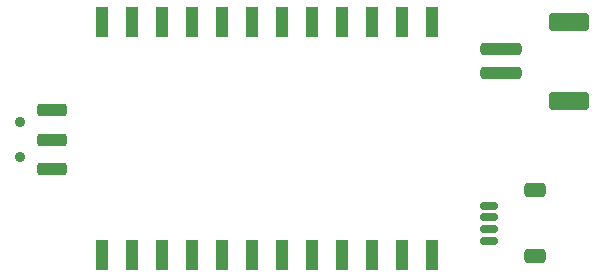
<source format=gbr>
%TF.GenerationSoftware,KiCad,Pcbnew,9.0.0*%
%TF.CreationDate,2025-05-24T09:04:45-07:00*%
%TF.ProjectId,nnv2-smd,6e6e7632-2d73-46d6-942e-6b696361645f,rev?*%
%TF.SameCoordinates,Original*%
%TF.FileFunction,Soldermask,Top*%
%TF.FilePolarity,Negative*%
%FSLAX46Y46*%
G04 Gerber Fmt 4.6, Leading zero omitted, Abs format (unit mm)*
G04 Created by KiCad (PCBNEW 9.0.0) date 2025-05-24 09:04:45*
%MOMM*%
%LPD*%
G01*
G04 APERTURE LIST*
G04 Aperture macros list*
%AMRoundRect*
0 Rectangle with rounded corners*
0 $1 Rounding radius*
0 $2 $3 $4 $5 $6 $7 $8 $9 X,Y pos of 4 corners*
0 Add a 4 corners polygon primitive as box body*
4,1,4,$2,$3,$4,$5,$6,$7,$8,$9,$2,$3,0*
0 Add four circle primitives for the rounded corners*
1,1,$1+$1,$2,$3*
1,1,$1+$1,$4,$5*
1,1,$1+$1,$6,$7*
1,1,$1+$1,$8,$9*
0 Add four rect primitives between the rounded corners*
20,1,$1+$1,$2,$3,$4,$5,0*
20,1,$1+$1,$4,$5,$6,$7,0*
20,1,$1+$1,$6,$7,$8,$9,0*
20,1,$1+$1,$8,$9,$2,$3,0*%
G04 Aperture macros list end*
%ADD10R,1.000000X2.510000*%
%ADD11RoundRect,0.150000X0.625000X-0.150000X0.625000X0.150000X-0.625000X0.150000X-0.625000X-0.150000X0*%
%ADD12RoundRect,0.250000X0.650000X-0.350000X0.650000X0.350000X-0.650000X0.350000X-0.650000X-0.350000X0*%
%ADD13C,0.900000*%
%ADD14RoundRect,0.200000X-1.050000X0.300000X-1.050000X-0.300000X1.050000X-0.300000X1.050000X0.300000X0*%
%ADD15RoundRect,0.250000X1.500000X-0.250000X1.500000X0.250000X-1.500000X0.250000X-1.500000X-0.250000X0*%
%ADD16RoundRect,0.250001X1.449999X-0.499999X1.449999X0.499999X-1.449999X0.499999X-1.449999X-0.499999X0*%
G04 APERTURE END LIST*
D10*
%TO.C,U1*%
X173730000Y-98180000D03*
X176270000Y-98180000D03*
X178810000Y-98180000D03*
X181350000Y-98180000D03*
X183890000Y-98180000D03*
X186430000Y-98180000D03*
X188970000Y-98180000D03*
X191510000Y-98180000D03*
X194050000Y-98180000D03*
X196590000Y-98180000D03*
X199130000Y-98180000D03*
X201670000Y-98180000D03*
X201670000Y-78445000D03*
X199130000Y-78445000D03*
X196590000Y-78445000D03*
X194050000Y-78445000D03*
X191510000Y-78445000D03*
X188970000Y-78445000D03*
X186430000Y-78445000D03*
X183890000Y-78445000D03*
X181350000Y-78445000D03*
X178810000Y-78445000D03*
X176270000Y-78445000D03*
X173730000Y-78445000D03*
%TD*%
D11*
%TO.C,J2*%
X206520000Y-97030000D03*
X206520000Y-96030000D03*
X206520000Y-95030000D03*
X206520000Y-94030000D03*
D12*
X210395000Y-98330000D03*
X210395000Y-92730000D03*
%TD*%
D13*
%TO.C,SW1*%
X166800000Y-86940000D03*
X166800000Y-89940000D03*
D14*
X169550000Y-85940000D03*
X169550000Y-88440000D03*
X169550000Y-90940000D03*
%TD*%
D15*
%TO.C,J1*%
X207530000Y-82800000D03*
X207530000Y-80800000D03*
D16*
X213280000Y-85150000D03*
X213280000Y-78450000D03*
%TD*%
M02*

</source>
